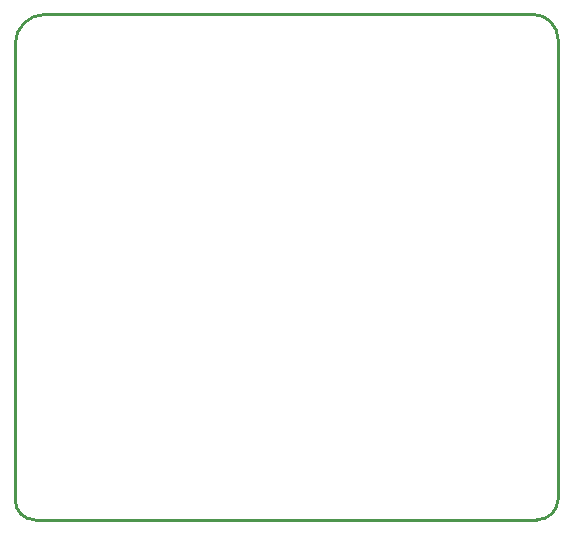
<source format=gm1>
G04*
G04 #@! TF.GenerationSoftware,Altium Limited,Altium Designer,25.6.2 (33)*
G04*
G04 Layer_Color=16711935*
%FSLAX44Y44*%
%MOMM*%
G71*
G04*
G04 #@! TF.SameCoordinates,E10141E4-A060-4BB7-8850-C9F2C3C4F881*
G04*
G04*
G04 #@! TF.FilePolarity,Positive*
G04*
G01*
G75*
%ADD13C,0.2540*%
D13*
X895350Y635000D02*
G03*
X911860Y618490I16510J0D01*
G01*
X920750Y1046480D02*
G03*
X895350Y1021080I0J-25400D01*
G01*
X1355090Y1024890D02*
G03*
X1333500Y1046480I-21590J0D01*
G01*
X1337310Y618490D02*
G03*
X1355090Y636270I0J17780D01*
G01*
X911860Y618490D02*
X1337310D01*
X920750Y1046480D02*
X1069340D01*
X1355090Y636270D02*
Y1024890D01*
X895350Y635000D02*
Y1021080D01*
X1069340Y1046480D02*
X1333500Y1046480D01*
M02*

</source>
